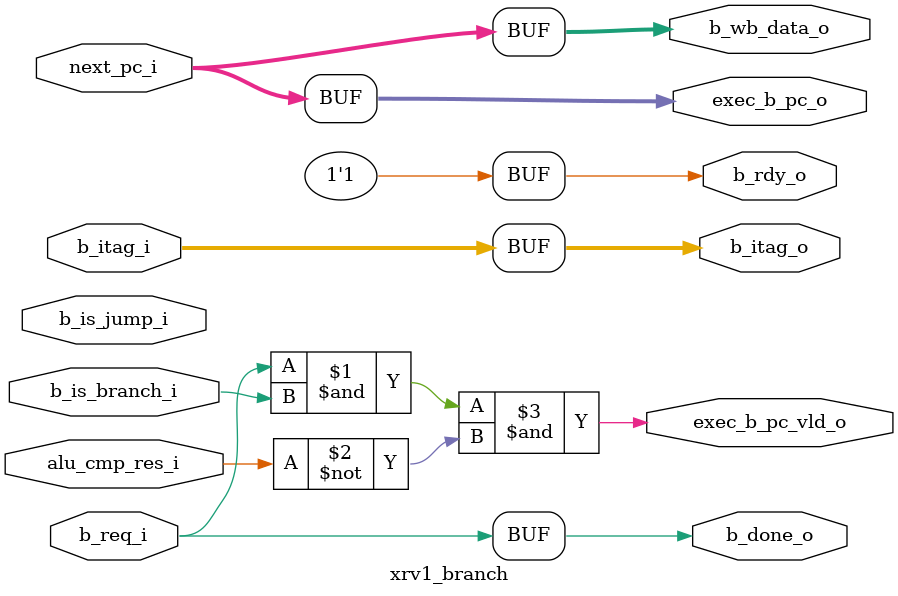
<source format=sv>
module xrv1_branch
#(
    parameter pc_width_p = 32,
    parameter data_width_p = 32,
    parameter ITAG_WIDTH_P = "inv"
) (
    ////////////////////////////////////////////////////////////////////////////////
    input logic                             b_req_i,
    output logic                            b_rdy_o,
    input logic                             b_is_branch_i,
    input logic                             b_is_jump_i,
    ////////////////////////////////////////////////////////////////////////////////
    input logic [31:0]                      next_pc_i,
    ////////////////////////////////////////////////////////////////////////////////
    output logic                            exec_b_pc_vld_o,
    output logic [31:0]                     exec_b_pc_o,
    ////////////////////////////////////////////////////////////////////////////////
    input logic                             alu_cmp_res_i,
    ////////////////////////////////////////////////////////////////////////////////
    output logic                            b_done_o,
    output logic [31:0]                     b_wb_data_o,
    ////////////////////////////////////////////////////////////////////////////////
    input logic [ITAG_WIDTH_P-1:0]          b_itag_i,
    output logic [ITAG_WIDTH_P-1:0]         b_itag_o
    ////////////////////////////////////////////////////////////////////////////////
);
    ////////////////////////////////////////////////////////////////////////////////
    assign b_rdy_o          = 1'b1;
    assign b_done_o         = b_req_i;
    assign b_itag_o         = b_itag_i;

    ////////////////////////////////////////////////////////////////////////////////
    // Conditional branch handling
    ////////////////////////////////////////////////////////////////////////////////
    assign exec_b_pc_vld_o = b_req_i & b_is_branch_i & ~alu_cmp_res_i;
    assign exec_b_pc_o = next_pc_i;
    ////////////////////////////////////////////////////////////////////////////////
    always_comb begin
        if (b_req_i & b_is_branch_i)
            $display("next_pc_i=%h taken=%d", next_pc_i, alu_cmp_res_i);
    end


    ////////////////////////////////////////////////////////////////////////////////
    // Link Register Writeback
    ////////////////////////////////////////////////////////////////////////////////
    assign b_wb_data_o = next_pc_i;
    ////////////////////////////////////////////////////////////////////////////////

endmodule


</source>
